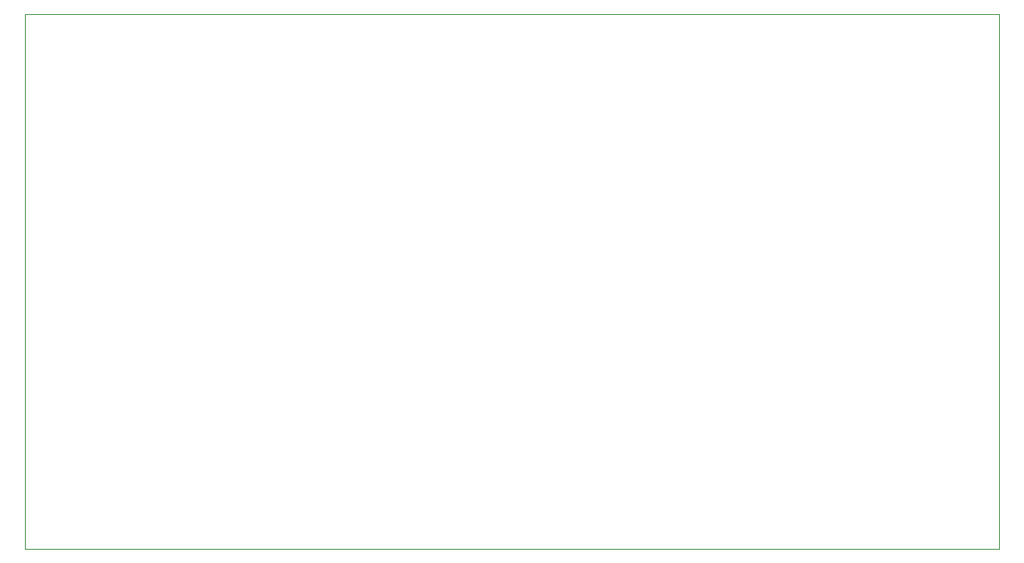
<source format=gbr>
%TF.GenerationSoftware,KiCad,Pcbnew,9.0.5*%
%TF.CreationDate,2025-10-30T20:13:30-05:00*%
%TF.ProjectId,wah,7761682e-6b69-4636-9164-5f7063625858,0.2*%
%TF.SameCoordinates,Original*%
%TF.FileFunction,Profile,NP*%
%FSLAX46Y46*%
G04 Gerber Fmt 4.6, Leading zero omitted, Abs format (unit mm)*
G04 Created by KiCad (PCBNEW 9.0.5) date 2025-10-30 20:13:30*
%MOMM*%
%LPD*%
G01*
G04 APERTURE LIST*
%TA.AperFunction,Profile*%
%ADD10C,0.100000*%
%TD*%
G04 APERTURE END LIST*
D10*
X67030000Y-56449400D02*
X166170000Y-56449400D01*
X166170000Y-110995000D01*
X67030000Y-110995000D01*
X67030000Y-56449400D01*
M02*

</source>
